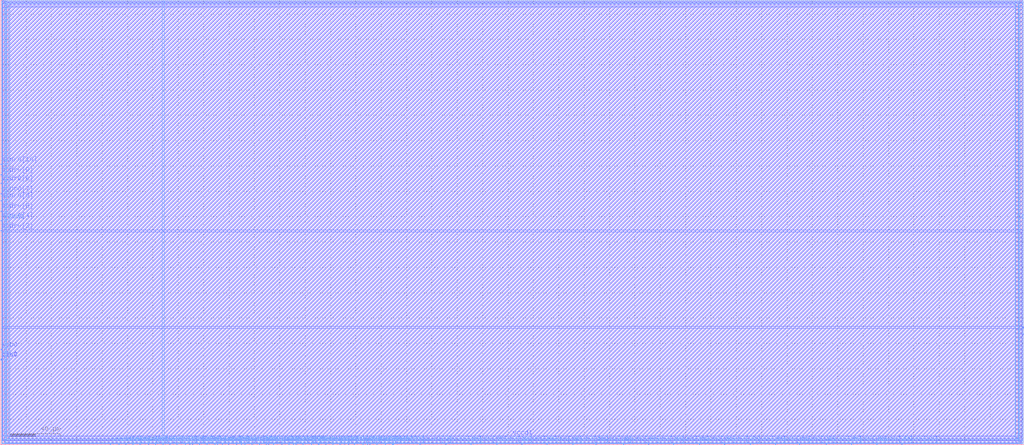
<source format=lef>
VERSION 5.4 ;
NAMESCASESENSITIVE ON ;
BUSBITCHARS "[]" ;
DIVIDERCHAR "/" ;
UNITS
  DATABASE MICRONS 1000 ;
END UNITS
MACRO sky130_sram_4kbyte_1rw_32x1024_8
   CLASS BLOCK ;
   SIZE 806.86 BY 351.26 ;
   SYMMETRY X Y R90 ;
   PIN din0[0]
      DIRECTION INPUT ;
      PORT
         LAYER met4 ;
         RECT  127.84 0.0 128.22 1.06 ;
      END
   END din0[0]
   PIN din0[1]
      DIRECTION INPUT ;
      PORT
         LAYER met4 ;
         RECT  133.28 0.0 133.66 1.06 ;
      END
   END din0[1]
   PIN din0[2]
      DIRECTION INPUT ;
      PORT
         LAYER met4 ;
         RECT  138.72 0.0 139.1 1.06 ;
      END
   END din0[2]
   PIN din0[3]
      DIRECTION INPUT ;
      PORT
         LAYER met4 ;
         RECT  145.52 0.0 145.9 1.06 ;
      END
   END din0[3]
   PIN din0[4]
      DIRECTION INPUT ;
      PORT
         LAYER met4 ;
         RECT  150.96 0.0 151.34 1.06 ;
      END
   END din0[4]
   PIN din0[5]
      DIRECTION INPUT ;
      PORT
         LAYER met4 ;
         RECT  156.4 0.0 156.78 1.06 ;
      END
   END din0[5]
   PIN din0[6]
      DIRECTION INPUT ;
      PORT
         LAYER met4 ;
         RECT  162.52 0.0 162.9 1.06 ;
      END
   END din0[6]
   PIN din0[7]
      DIRECTION INPUT ;
      PORT
         LAYER met4 ;
         RECT  168.64 0.0 169.02 1.06 ;
      END
   END din0[7]
   PIN din0[8]
      DIRECTION INPUT ;
      PORT
         LAYER met4 ;
         RECT  174.76 0.0 175.14 1.06 ;
      END
   END din0[8]
   PIN din0[9]
      DIRECTION INPUT ;
      PORT
         LAYER met4 ;
         RECT  179.52 0.0 179.9 1.06 ;
      END
   END din0[9]
   PIN din0[10]
      DIRECTION INPUT ;
      PORT
         LAYER met4 ;
         RECT  185.64 0.0 186.02 1.06 ;
      END
   END din0[10]
   PIN din0[11]
      DIRECTION INPUT ;
      PORT
         LAYER met4 ;
         RECT  192.44 0.0 192.82 1.06 ;
      END
   END din0[11]
   PIN din0[12]
      DIRECTION INPUT ;
      PORT
         LAYER met4 ;
         RECT  197.88 0.0 198.26 1.06 ;
      END
   END din0[12]
   PIN din0[13]
      DIRECTION INPUT ;
      PORT
         LAYER met4 ;
         RECT  204.0 0.0 204.38 1.06 ;
      END
   END din0[13]
   PIN din0[14]
      DIRECTION INPUT ;
      PORT
         LAYER met4 ;
         RECT  209.44 0.0 209.82 1.06 ;
      END
   END din0[14]
   PIN din0[15]
      DIRECTION INPUT ;
      PORT
         LAYER met4 ;
         RECT  214.88 0.0 215.26 1.06 ;
      END
   END din0[15]
   PIN din0[16]
      DIRECTION INPUT ;
      PORT
         LAYER met4 ;
         RECT  221.68 0.0 222.06 1.06 ;
      END
   END din0[16]
   PIN din0[17]
      DIRECTION INPUT ;
      PORT
         LAYER met4 ;
         RECT  227.12 0.0 227.5 1.06 ;
      END
   END din0[17]
   PIN din0[18]
      DIRECTION INPUT ;
      PORT
         LAYER met4 ;
         RECT  232.56 0.0 232.94 1.06 ;
      END
   END din0[18]
   PIN din0[19]
      DIRECTION INPUT ;
      PORT
         LAYER met4 ;
         RECT  238.0 0.0 238.38 1.06 ;
      END
   END din0[19]
   PIN din0[20]
      DIRECTION INPUT ;
      PORT
         LAYER met4 ;
         RECT  244.8 0.0 245.18 1.06 ;
      END
   END din0[20]
   PIN din0[21]
      DIRECTION INPUT ;
      PORT
         LAYER met4 ;
         RECT  250.24 0.0 250.62 1.06 ;
      END
   END din0[21]
   PIN din0[22]
      DIRECTION INPUT ;
      PORT
         LAYER met4 ;
         RECT  256.36 0.0 256.74 1.06 ;
      END
   END din0[22]
   PIN din0[23]
      DIRECTION INPUT ;
      PORT
         LAYER met4 ;
         RECT  261.8 0.0 262.18 1.06 ;
      END
   END din0[23]
   PIN din0[24]
      DIRECTION INPUT ;
      PORT
         LAYER met4 ;
         RECT  267.24 0.0 267.62 1.06 ;
      END
   END din0[24]
   PIN din0[25]
      DIRECTION INPUT ;
      PORT
         LAYER met4 ;
         RECT  274.04 0.0 274.42 1.06 ;
      END
   END din0[25]
   PIN din0[26]
      DIRECTION INPUT ;
      PORT
         LAYER met4 ;
         RECT  278.8 0.0 279.18 1.06 ;
      END
   END din0[26]
   PIN din0[27]
      DIRECTION INPUT ;
      PORT
         LAYER met4 ;
         RECT  285.6 0.0 285.98 1.06 ;
      END
   END din0[27]
   PIN din0[28]
      DIRECTION INPUT ;
      PORT
         LAYER met4 ;
         RECT  291.04 0.0 291.42 1.06 ;
      END
   END din0[28]
   PIN din0[29]
      DIRECTION INPUT ;
      PORT
         LAYER met4 ;
         RECT  296.48 0.0 296.86 1.06 ;
      END
   END din0[29]
   PIN din0[30]
      DIRECTION INPUT ;
      PORT
         LAYER met4 ;
         RECT  303.28 0.0 303.66 1.06 ;
      END
   END din0[30]
   PIN din0[31]
      DIRECTION INPUT ;
      PORT
         LAYER met4 ;
         RECT  309.4 0.0 309.78 1.06 ;
      END
   END din0[31]
   PIN addr0[0]
      DIRECTION INPUT ;
      PORT
         LAYER met4 ;
         RECT  86.36 0.0 86.74 1.06 ;
      END
   END addr0[0]
   PIN addr0[1]
      DIRECTION INPUT ;
      PORT
         LAYER met4 ;
         RECT  93.16 0.0 93.54 1.06 ;
      END
   END addr0[1]
   PIN addr0[2]
      DIRECTION INPUT ;
      PORT
         LAYER met4 ;
         RECT  98.6 0.0 98.98 1.06 ;
      END
   END addr0[2]
   PIN addr0[3]
      DIRECTION INPUT ;
      PORT
         LAYER met3 ;
         RECT  0.0 168.64 1.06 169.02 ;
      END
   END addr0[3]
   PIN addr0[4]
      DIRECTION INPUT ;
      PORT
         LAYER met3 ;
         RECT  0.0 176.8 1.06 177.18 ;
      END
   END addr0[4]
   PIN addr0[5]
      DIRECTION INPUT ;
      PORT
         LAYER met3 ;
         RECT  0.0 184.28 1.06 184.66 ;
      END
   END addr0[5]
   PIN addr0[6]
      DIRECTION INPUT ;
      PORT
         LAYER met3 ;
         RECT  0.0 192.44 1.06 192.82 ;
      END
   END addr0[6]
   PIN addr0[7]
      DIRECTION INPUT ;
      PORT
         LAYER met3 ;
         RECT  0.0 197.88 1.06 198.26 ;
      END
   END addr0[7]
   PIN addr0[8]
      DIRECTION INPUT ;
      PORT
         LAYER met3 ;
         RECT  0.0 206.04 1.06 206.42 ;
      END
   END addr0[8]
   PIN addr0[9]
      DIRECTION INPUT ;
      PORT
         LAYER met3 ;
         RECT  0.0 212.84 1.06 213.22 ;
      END
   END addr0[9]
   PIN addr0[10]
      DIRECTION INPUT ;
      PORT
         LAYER met3 ;
         RECT  0.0 221.0 1.06 221.38 ;
      END
   END addr0[10]
   PIN csb0
      DIRECTION INPUT ;
      PORT
         LAYER met3 ;
         RECT  0.0 66.64 1.06 67.02 ;
      END
   END csb0
   PIN web0
      DIRECTION INPUT ;
      PORT
         LAYER met3 ;
         RECT  0.0 74.8 1.06 75.18 ;
      END
   END web0
   PIN clk0
      DIRECTION INPUT ;
      PORT
         LAYER met3 ;
         RECT  0.0 67.32 1.06 67.7 ;
      END
   END clk0
   PIN wmask0[0]
      DIRECTION INPUT ;
      PORT
         LAYER met4 ;
         RECT  104.04 0.0 104.42 1.06 ;
      END
   END wmask0[0]
   PIN wmask0[1]
      DIRECTION INPUT ;
      PORT
         LAYER met4 ;
         RECT  109.48 0.0 109.86 1.06 ;
      END
   END wmask0[1]
   PIN wmask0[2]
      DIRECTION INPUT ;
      PORT
         LAYER met4 ;
         RECT  116.28 0.0 116.66 1.06 ;
      END
   END wmask0[2]
   PIN wmask0[3]
      DIRECTION INPUT ;
      PORT
         LAYER met4 ;
         RECT  121.72 0.0 122.1 1.06 ;
      END
   END wmask0[3]
   PIN dout0[0]
      DIRECTION OUTPUT ;
      PORT
         LAYER met4 ;
         RECT  148.92 0.0 149.3 1.06 ;
      END
   END dout0[0]
   PIN dout0[1]
      DIRECTION OUTPUT ;
      PORT
         LAYER met4 ;
         RECT  170.68 0.0 171.06 1.06 ;
      END
   END dout0[1]
   PIN dout0[2]
      DIRECTION OUTPUT ;
      PORT
         LAYER met4 ;
         RECT  189.72 0.0 190.1 1.06 ;
      END
   END dout0[2]
   PIN dout0[3]
      DIRECTION OUTPUT ;
      PORT
         LAYER met4 ;
         RECT  210.8 0.0 211.18 1.06 ;
      END
   END dout0[3]
   PIN dout0[4]
      DIRECTION OUTPUT ;
      PORT
         LAYER met4 ;
         RECT  230.52 0.0 230.9 1.06 ;
      END
   END dout0[4]
   PIN dout0[5]
      DIRECTION OUTPUT ;
      PORT
         LAYER met4 ;
         RECT  250.92 0.0 251.3 1.06 ;
      END
   END dout0[5]
   PIN dout0[6]
      DIRECTION OUTPUT ;
      PORT
         LAYER met4 ;
         RECT  270.64 0.0 271.02 1.06 ;
      END
   END dout0[6]
   PIN dout0[7]
      DIRECTION OUTPUT ;
      PORT
         LAYER met4 ;
         RECT  289.0 0.0 289.38 1.06 ;
      END
   END dout0[7]
   PIN dout0[8]
      DIRECTION OUTPUT ;
      PORT
         LAYER met4 ;
         RECT  308.72 0.0 309.1 1.06 ;
      END
   END dout0[8]
   PIN dout0[9]
      DIRECTION OUTPUT ;
      PORT
         LAYER met4 ;
         RECT  330.48 0.0 330.86 1.06 ;
      END
   END dout0[9]
   PIN dout0[10]
      DIRECTION OUTPUT ;
      PORT
         LAYER met4 ;
         RECT  350.88 0.0 351.26 1.06 ;
      END
   END dout0[10]
   PIN dout0[11]
      DIRECTION OUTPUT ;
      PORT
         LAYER met4 ;
         RECT  370.6 0.0 370.98 1.06 ;
      END
   END dout0[11]
   PIN dout0[12]
      DIRECTION OUTPUT ;
      PORT
         LAYER met4 ;
         RECT  391.0 0.0 391.38 1.06 ;
      END
   END dout0[12]
   PIN dout0[13]
      DIRECTION OUTPUT ;
      PORT
         LAYER met4 ;
         RECT  410.72 0.0 411.1 1.06 ;
      END
   END dout0[13]
   PIN dout0[14]
      DIRECTION OUTPUT ;
      PORT
         LAYER met4 ;
         RECT  430.44 0.0 430.82 1.06 ;
      END
   END dout0[14]
   PIN dout0[15]
      DIRECTION OUTPUT ;
      PORT
         LAYER met4 ;
         RECT  450.84 0.0 451.22 1.06 ;
      END
   END dout0[15]
   PIN dout0[16]
      DIRECTION OUTPUT ;
      PORT
         LAYER met4 ;
         RECT  469.2 0.0 469.58 1.06 ;
      END
   END dout0[16]
   PIN dout0[17]
      DIRECTION OUTPUT ;
      PORT
         LAYER met4 ;
         RECT  490.96 0.0 491.34 1.06 ;
      END
   END dout0[17]
   PIN dout0[18]
      DIRECTION OUTPUT ;
      PORT
         LAYER met4 ;
         RECT  510.68 0.0 511.06 1.06 ;
      END
   END dout0[18]
   PIN dout0[19]
      DIRECTION OUTPUT ;
      PORT
         LAYER met4 ;
         RECT  530.4 0.0 530.78 1.06 ;
      END
   END dout0[19]
   PIN dout0[20]
      DIRECTION OUTPUT ;
      PORT
         LAYER met4 ;
         RECT  550.8 0.0 551.18 1.06 ;
      END
   END dout0[20]
   PIN dout0[21]
      DIRECTION OUTPUT ;
      PORT
         LAYER met4 ;
         RECT  570.52 0.0 570.9 1.06 ;
      END
   END dout0[21]
   PIN dout0[22]
      DIRECTION OUTPUT ;
      PORT
         LAYER met4 ;
         RECT  590.92 0.0 591.3 1.06 ;
      END
   END dout0[22]
   PIN dout0[23]
      DIRECTION OUTPUT ;
      PORT
         LAYER met4 ;
         RECT  610.64 0.0 611.02 1.06 ;
      END
   END dout0[23]
   PIN dout0[24]
      DIRECTION OUTPUT ;
      PORT
         LAYER met4 ;
         RECT  629.68 0.0 630.06 1.06 ;
      END
   END dout0[24]
   PIN dout0[25]
      DIRECTION OUTPUT ;
      PORT
         LAYER met4 ;
         RECT  650.76 0.0 651.14 1.06 ;
      END
   END dout0[25]
   PIN dout0[26]
      DIRECTION OUTPUT ;
      PORT
         LAYER met4 ;
         RECT  670.48 0.0 670.86 1.06 ;
      END
   END dout0[26]
   PIN dout0[27]
      DIRECTION OUTPUT ;
      PORT
         LAYER met4 ;
         RECT  690.88 0.0 691.26 1.06 ;
      END
   END dout0[27]
   PIN dout0[28]
      DIRECTION OUTPUT ;
      PORT
         LAYER met4 ;
         RECT  710.6 0.0 710.98 1.06 ;
      END
   END dout0[28]
   PIN dout0[29]
      DIRECTION OUTPUT ;
      PORT
         LAYER met3 ;
         RECT  805.8 92.48 806.86 92.86 ;
      END
   END dout0[29]
   PIN dout0[30]
      DIRECTION OUTPUT ;
      PORT
         LAYER met3 ;
         RECT  805.8 91.8 806.86 92.18 ;
      END
   END dout0[30]
   PIN dout0[31]
      DIRECTION OUTPUT ;
      PORT
         LAYER met3 ;
         RECT  805.8 87.04 806.86 87.42 ;
      END
   END dout0[31]
   PIN vccd1
      DIRECTION INOUT ;
      USE POWER ; 
      SHAPE ABUTMENT ; 
      PORT
         LAYER met3 ;
         RECT  4.76 346.12 802.1 347.86 ;
         LAYER met4 ;
         RECT  4.76 4.76 6.5 347.86 ;
         LAYER met3 ;
         RECT  4.76 4.76 802.1 6.5 ;
         LAYER met4 ;
         RECT  800.36 4.76 802.1 347.86 ;
      END
   END vccd1
   PIN vssd1
      DIRECTION INOUT ;
      USE GROUND ; 
      SHAPE ABUTMENT ; 
      PORT
         LAYER met4 ;
         RECT  803.76 1.36 805.5 351.26 ;
         LAYER met4 ;
         RECT  1.36 1.36 3.1 351.26 ;
         LAYER met3 ;
         RECT  1.36 1.36 805.5 3.1 ;
         LAYER met3 ;
         RECT  1.36 349.52 805.5 351.26 ;
      END
   END vssd1
   OBS
   LAYER  met1 ;
      RECT  0.62 0.62 806.24 350.64 ;
   LAYER  met2 ;
      RECT  0.62 0.62 806.24 350.64 ;
   LAYER  met3 ;
      RECT  1.66 168.04 806.24 169.62 ;
      RECT  0.62 169.62 1.66 176.2 ;
      RECT  0.62 177.78 1.66 183.68 ;
      RECT  0.62 185.26 1.66 191.84 ;
      RECT  0.62 193.42 1.66 197.28 ;
      RECT  0.62 198.86 1.66 205.44 ;
      RECT  0.62 207.02 1.66 212.24 ;
      RECT  0.62 213.82 1.66 220.4 ;
      RECT  0.62 75.78 1.66 168.04 ;
      RECT  0.62 68.3 1.66 74.2 ;
      RECT  1.66 91.88 805.2 93.46 ;
      RECT  1.66 93.46 805.2 168.04 ;
      RECT  805.2 93.46 806.24 168.04 ;
      RECT  805.2 88.7 806.24 91.2 ;
      RECT  1.66 169.62 4.16 345.52 ;
      RECT  1.66 345.52 4.16 348.46 ;
      RECT  4.16 169.62 802.7 345.52 ;
      RECT  802.7 169.62 806.24 345.52 ;
      RECT  802.7 345.52 806.24 348.46 ;
      RECT  1.66 4.16 4.16 7.1 ;
      RECT  1.66 7.1 4.16 91.88 ;
      RECT  4.16 7.1 802.7 91.88 ;
      RECT  802.7 4.16 805.2 7.1 ;
      RECT  802.7 7.1 805.2 91.88 ;
      RECT  0.62 0.62 0.76 0.76 ;
      RECT  0.62 0.76 0.76 3.7 ;
      RECT  0.62 3.7 0.76 66.04 ;
      RECT  0.76 0.62 1.66 0.76 ;
      RECT  0.76 3.7 1.66 66.04 ;
      RECT  805.2 0.62 806.1 0.76 ;
      RECT  805.2 3.7 806.1 86.44 ;
      RECT  806.1 0.62 806.24 0.76 ;
      RECT  806.1 0.76 806.24 3.7 ;
      RECT  806.1 3.7 806.24 86.44 ;
      RECT  1.66 0.62 4.16 0.76 ;
      RECT  1.66 3.7 4.16 4.16 ;
      RECT  4.16 0.62 802.7 0.76 ;
      RECT  4.16 3.7 802.7 4.16 ;
      RECT  802.7 0.62 805.2 0.76 ;
      RECT  802.7 3.7 805.2 4.16 ;
      RECT  0.62 221.98 0.76 348.92 ;
      RECT  0.62 348.92 0.76 350.64 ;
      RECT  0.76 221.98 1.66 348.92 ;
      RECT  1.66 348.46 4.16 348.92 ;
      RECT  4.16 348.46 802.7 348.92 ;
      RECT  802.7 348.46 806.1 348.92 ;
      RECT  806.1 348.46 806.24 348.92 ;
      RECT  806.1 348.92 806.24 350.64 ;
   LAYER  met4 ;
      RECT  127.24 1.66 128.82 350.64 ;
      RECT  128.82 0.62 132.68 1.66 ;
      RECT  134.26 0.62 138.12 1.66 ;
      RECT  139.7 0.62 144.92 1.66 ;
      RECT  151.94 0.62 155.8 1.66 ;
      RECT  157.38 0.62 161.92 1.66 ;
      RECT  163.5 0.62 168.04 1.66 ;
      RECT  175.74 0.62 178.92 1.66 ;
      RECT  180.5 0.62 185.04 1.66 ;
      RECT  193.42 0.62 197.28 1.66 ;
      RECT  198.86 0.62 203.4 1.66 ;
      RECT  204.98 0.62 208.84 1.66 ;
      RECT  215.86 0.62 221.08 1.66 ;
      RECT  222.66 0.62 226.52 1.66 ;
      RECT  233.54 0.62 237.4 1.66 ;
      RECT  238.98 0.62 244.2 1.66 ;
      RECT  245.78 0.62 249.64 1.66 ;
      RECT  257.34 0.62 261.2 1.66 ;
      RECT  262.78 0.62 266.64 1.66 ;
      RECT  275.02 0.62 278.2 1.66 ;
      RECT  279.78 0.62 285.0 1.66 ;
      RECT  292.02 0.62 295.88 1.66 ;
      RECT  297.46 0.62 302.68 1.66 ;
      RECT  310.38 0.62 313.56 1.66 ;
      RECT  87.34 0.62 92.56 1.66 ;
      RECT  94.14 0.62 98.0 1.66 ;
      RECT  99.58 0.62 103.44 1.66 ;
      RECT  105.02 0.62 108.88 1.66 ;
      RECT  110.46 0.62 115.68 1.66 ;
      RECT  117.26 0.62 121.12 1.66 ;
      RECT  122.7 0.62 127.24 1.66 ;
      RECT  315.14 0.62 319.68 1.66 ;
      RECT  146.5 0.62 148.32 1.66 ;
      RECT  149.9 0.62 150.36 1.66 ;
      RECT  169.62 0.62 170.08 1.66 ;
      RECT  171.66 0.62 174.16 1.66 ;
      RECT  186.62 0.62 189.12 1.66 ;
      RECT  190.7 0.62 191.84 1.66 ;
      RECT  211.78 0.62 214.28 1.66 ;
      RECT  228.1 0.62 229.92 1.66 ;
      RECT  231.5 0.62 231.96 1.66 ;
      RECT  251.9 0.62 255.76 1.66 ;
      RECT  268.22 0.62 270.04 1.66 ;
      RECT  271.62 0.62 273.44 1.66 ;
      RECT  286.58 0.62 288.4 1.66 ;
      RECT  289.98 0.62 290.44 1.66 ;
      RECT  304.26 0.62 308.12 1.66 ;
      RECT  321.26 0.62 329.88 1.66 ;
      RECT  331.46 0.62 350.28 1.66 ;
      RECT  351.86 0.62 370.0 1.66 ;
      RECT  371.58 0.62 390.4 1.66 ;
      RECT  391.98 0.62 410.12 1.66 ;
      RECT  411.7 0.62 429.84 1.66 ;
      RECT  431.42 0.62 450.24 1.66 ;
      RECT  451.82 0.62 468.6 1.66 ;
      RECT  470.18 0.62 490.36 1.66 ;
      RECT  491.94 0.62 510.08 1.66 ;
      RECT  511.66 0.62 529.8 1.66 ;
      RECT  531.38 0.62 550.2 1.66 ;
      RECT  551.78 0.62 569.92 1.66 ;
      RECT  571.5 0.62 590.32 1.66 ;
      RECT  591.9 0.62 610.04 1.66 ;
      RECT  611.62 0.62 629.08 1.66 ;
      RECT  630.66 0.62 650.16 1.66 ;
      RECT  651.74 0.62 669.88 1.66 ;
      RECT  671.46 0.62 690.28 1.66 ;
      RECT  691.86 0.62 710.0 1.66 ;
      RECT  4.16 1.66 7.1 4.16 ;
      RECT  4.16 348.46 7.1 350.64 ;
      RECT  7.1 1.66 127.24 4.16 ;
      RECT  7.1 4.16 127.24 348.46 ;
      RECT  7.1 348.46 127.24 350.64 ;
      RECT  128.82 1.66 799.76 4.16 ;
      RECT  128.82 4.16 799.76 348.46 ;
      RECT  128.82 348.46 799.76 350.64 ;
      RECT  799.76 1.66 802.7 4.16 ;
      RECT  799.76 348.46 802.7 350.64 ;
      RECT  711.58 0.62 803.16 0.76 ;
      RECT  711.58 0.76 803.16 1.66 ;
      RECT  803.16 0.62 806.1 0.76 ;
      RECT  806.1 0.62 806.24 0.76 ;
      RECT  806.1 0.76 806.24 1.66 ;
      RECT  802.7 1.66 803.16 4.16 ;
      RECT  806.1 1.66 806.24 4.16 ;
      RECT  802.7 4.16 803.16 348.46 ;
      RECT  806.1 4.16 806.24 348.46 ;
      RECT  802.7 348.46 803.16 350.64 ;
      RECT  806.1 348.46 806.24 350.64 ;
      RECT  0.62 0.62 0.76 0.76 ;
      RECT  0.62 0.76 0.76 1.66 ;
      RECT  0.76 0.62 3.7 0.76 ;
      RECT  3.7 0.62 85.76 0.76 ;
      RECT  3.7 0.76 85.76 1.66 ;
      RECT  0.62 1.66 0.76 4.16 ;
      RECT  3.7 1.66 4.16 4.16 ;
      RECT  0.62 4.16 0.76 348.46 ;
      RECT  3.7 4.16 4.16 348.46 ;
      RECT  0.62 348.46 0.76 350.64 ;
      RECT  3.7 348.46 4.16 350.64 ;
   END
END    sky130_sram_4kbyte_1rw_32x1024_8
END    LIBRARY

</source>
